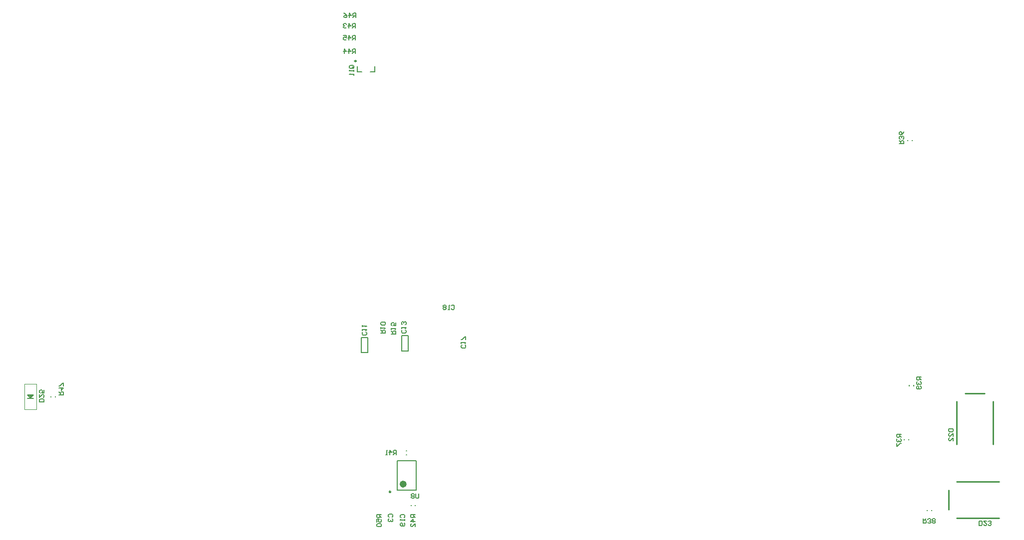
<source format=gbo>
G04*
G04 #@! TF.GenerationSoftware,Altium Limited,Altium Designer,22.10.1 (41)*
G04*
G04 Layer_Color=32896*
%FSLAX23Y23*%
%MOIN*%
G70*
G04*
G04 #@! TF.SameCoordinates,75F1CFA2-9E1D-427A-8FB2-C6D19FE5AEEE*
G04*
G04*
G04 #@! TF.FilePolarity,Positive*
G04*
G01*
G75*
%ADD11C,0.008*%
%ADD12C,0.010*%
%ADD13C,0.024*%
%ADD14C,0.010*%
%ADD15C,0.006*%
%ADD16C,0.005*%
%ADD17C,0.007*%
%ADD18C,0.004*%
D11*
X7049Y1696D02*
Y1700D01*
X7021Y1696D02*
Y1700D01*
X7174Y1225D02*
Y1229D01*
X7202Y1225D02*
Y1229D01*
X7072Y3696D02*
Y3700D01*
X7044Y3696D02*
Y3700D01*
X7082Y2059D02*
Y2063D01*
X7054Y2059D02*
Y2063D01*
X1349Y1983D02*
Y1987D01*
X1321Y1983D02*
Y1987D01*
X1179Y1989D02*
X1191D01*
X1185Y1979D02*
X1205Y1999D01*
X1165D02*
X1185Y1979D01*
X1165Y1999D02*
X1205D01*
X1173Y1995D02*
X1197D01*
X1165Y1975D02*
X1205D01*
X3633Y1361D02*
Y1558D01*
X3759Y1361D02*
Y1558D01*
X3633Y1361D02*
X3759D01*
X3633Y1558D02*
X3759D01*
X3727Y1258D02*
Y1262D01*
X3755Y1258D02*
Y1262D01*
X3694Y1597D02*
X3698D01*
X3694Y1625D02*
X3698D01*
X3453Y4157D02*
X3484D01*
Y4193D01*
X3366Y4157D02*
X3397D01*
X3366D02*
Y4193D01*
D12*
X3590Y1350D02*
G03*
X3590Y1350I-5J0D01*
G01*
X3359Y4229D02*
G03*
X3359Y4229I-5J0D01*
G01*
D13*
X3685Y1401D02*
G03*
X3685Y1401I-12J0D01*
G01*
D14*
X7614Y1669D02*
Y1953D01*
X7427Y2006D02*
X7557D01*
X7370Y1669D02*
Y1953D01*
X7369Y1173D02*
X7653D01*
X7316Y1230D02*
Y1360D01*
X7369Y1417D02*
X7653D01*
D15*
X7521Y1125D02*
Y1155D01*
X7536D01*
X7541Y1150D01*
Y1130D01*
X7536Y1125D01*
X7521D01*
X7571Y1155D02*
X7551D01*
X7571Y1135D01*
Y1130D01*
X7566Y1125D01*
X7556D01*
X7551Y1130D01*
X7581D02*
X7586Y1125D01*
X7596D01*
X7601Y1130D01*
Y1135D01*
X7596Y1140D01*
X7591D01*
X7596D01*
X7601Y1145D01*
Y1150D01*
X7596Y1155D01*
X7586D01*
X7581Y1150D01*
X3595Y2405D02*
X3625D01*
Y2420D01*
X3620Y2425D01*
X3610D01*
X3605Y2420D01*
Y2405D01*
Y2415D02*
X3595Y2425D01*
Y2435D02*
Y2445D01*
Y2440D01*
X3625D01*
X3620Y2435D01*
X3625Y2480D02*
Y2460D01*
X3610D01*
X3615Y2470D01*
Y2475D01*
X3610Y2480D01*
X3600D01*
X3595Y2475D01*
Y2465D01*
X3600Y2460D01*
X3354Y4370D02*
Y4400D01*
X3339D01*
X3334Y4395D01*
Y4385D01*
X3339Y4380D01*
X3354D01*
X3344D02*
X3334Y4370D01*
X3309D02*
Y4400D01*
X3324Y4385D01*
X3304D01*
X3274Y4400D02*
X3294D01*
Y4385D01*
X3284Y4390D01*
X3279D01*
X3274Y4385D01*
Y4375D01*
X3279Y4370D01*
X3289D01*
X3294Y4375D01*
X3628Y1599D02*
Y1629D01*
X3613D01*
X3608Y1624D01*
Y1614D01*
X3613Y1609D01*
X3628D01*
X3618D02*
X3608Y1599D01*
X3583D02*
Y1629D01*
X3598Y1614D01*
X3578D01*
X3568Y1599D02*
X3558D01*
X3563D01*
Y1629D01*
X3568Y1624D01*
X1375Y1999D02*
X1405D01*
Y2013D01*
X1400Y2018D01*
X1390D01*
X1385Y2013D01*
Y1999D01*
Y2009D02*
X1375Y2018D01*
Y2043D02*
X1405D01*
X1390Y2028D01*
Y2048D01*
X1405Y2058D02*
Y2078D01*
X1400D01*
X1380Y2058D01*
X1375D01*
X1275Y1950D02*
X1245D01*
Y1965D01*
X1250Y1970D01*
X1270D01*
X1275Y1965D01*
Y1950D01*
X1245Y2000D02*
Y1980D01*
X1265Y2000D01*
X1270D01*
X1275Y1995D01*
Y1985D01*
X1270Y1980D01*
X1275Y2030D02*
Y2010D01*
X1260D01*
X1265Y2020D01*
Y2025D01*
X1260Y2030D01*
X1250D01*
X1245Y2025D01*
Y2015D01*
X1250Y2010D01*
X3778Y1337D02*
Y1312D01*
X3773Y1307D01*
X3763D01*
X3758Y1312D01*
Y1337D01*
X3748Y1332D02*
X3743Y1337D01*
X3733D01*
X3728Y1332D01*
Y1327D01*
X3733Y1322D01*
X3728Y1317D01*
Y1312D01*
X3733Y1307D01*
X3743D01*
X3748Y1312D01*
Y1317D01*
X3743Y1322D01*
X3748Y1327D01*
Y1332D01*
X3743Y1322D02*
X3733D01*
X7000Y1735D02*
X6970D01*
Y1720D01*
X6975Y1715D01*
X6985D01*
X6990Y1720D01*
Y1735D01*
Y1725D02*
X7000Y1715D01*
X6975Y1705D02*
X6970Y1700D01*
Y1690D01*
X6975Y1685D01*
X6980D01*
X6985Y1690D01*
Y1695D01*
Y1690D01*
X6990Y1685D01*
X6995D01*
X7000Y1690D01*
Y1700D01*
X6995Y1705D01*
X6970Y1675D02*
Y1655D01*
X6975D01*
X6995Y1675D01*
X7000D01*
X7148Y1170D02*
Y1140D01*
X7163D01*
X7168Y1145D01*
Y1155D01*
X7163Y1160D01*
X7148D01*
X7158D02*
X7168Y1170D01*
X7178Y1145D02*
X7183Y1140D01*
X7193D01*
X7198Y1145D01*
Y1150D01*
X7193Y1155D01*
X7188D01*
X7193D01*
X7198Y1160D01*
Y1165D01*
X7193Y1170D01*
X7183D01*
X7178Y1165D01*
X7208Y1145D02*
X7213Y1140D01*
X7223D01*
X7228Y1145D01*
Y1150D01*
X7223Y1155D01*
X7228Y1160D01*
Y1165D01*
X7223Y1170D01*
X7213D01*
X7208Y1165D01*
Y1160D01*
X7213Y1155D01*
X7208Y1150D01*
Y1145D01*
X7213Y1155D02*
X7223D01*
X7133Y2116D02*
X7103D01*
Y2101D01*
X7108Y2096D01*
X7118D01*
X7123Y2101D01*
Y2116D01*
Y2106D02*
X7133Y2096D01*
X7108Y2086D02*
X7103Y2081D01*
Y2071D01*
X7108Y2066D01*
X7113D01*
X7118Y2071D01*
Y2076D01*
Y2071D01*
X7123Y2066D01*
X7128D01*
X7133Y2071D01*
Y2081D01*
X7128Y2086D01*
Y2056D02*
X7133Y2051D01*
Y2041D01*
X7128Y2036D01*
X7108D01*
X7103Y2041D01*
Y2051D01*
X7108Y2056D01*
X7113D01*
X7118Y2051D01*
Y2036D01*
X6988Y3676D02*
X7018D01*
Y3691D01*
X7013Y3696D01*
X7003D01*
X6998Y3691D01*
Y3676D01*
Y3686D02*
X6988Y3696D01*
X7013Y3706D02*
X7018Y3711D01*
Y3721D01*
X7013Y3726D01*
X7008D01*
X7003Y3721D01*
Y3716D01*
Y3721D01*
X6998Y3726D01*
X6993D01*
X6988Y3721D01*
Y3711D01*
X6993Y3706D01*
X7018Y3756D02*
X7013Y3746D01*
X7003Y3736D01*
X6993D01*
X6988Y3741D01*
Y3751D01*
X6993Y3756D01*
X6998D01*
X7003Y3751D01*
Y3736D01*
X3354Y4280D02*
Y4310D01*
X3339D01*
X3334Y4305D01*
Y4295D01*
X3339Y4290D01*
X3354D01*
X3344D02*
X3334Y4280D01*
X3309D02*
Y4310D01*
X3324Y4295D01*
X3304D01*
X3279Y4280D02*
Y4310D01*
X3294Y4295D01*
X3274D01*
X3358Y4520D02*
Y4550D01*
X3343D01*
X3338Y4545D01*
Y4535D01*
X3343Y4530D01*
X3358D01*
X3348D02*
X3338Y4520D01*
X3313D02*
Y4550D01*
X3328Y4535D01*
X3308D01*
X3278Y4550D02*
X3288Y4545D01*
X3298Y4535D01*
Y4525D01*
X3293Y4520D01*
X3283D01*
X3278Y4525D01*
Y4530D01*
X3283Y4535D01*
X3298D01*
X3354Y4450D02*
Y4480D01*
X3339D01*
X3334Y4475D01*
Y4465D01*
X3339Y4460D01*
X3354D01*
X3344D02*
X3334Y4450D01*
X3309D02*
Y4480D01*
X3324Y4465D01*
X3304D01*
X3294Y4475D02*
X3289Y4480D01*
X3279D01*
X3274Y4475D01*
Y4470D01*
X3279Y4465D01*
X3284D01*
X3279D01*
X3274Y4460D01*
Y4455D01*
X3279Y4450D01*
X3289D01*
X3294Y4455D01*
X3525Y2410D02*
X3555D01*
Y2425D01*
X3550Y2430D01*
X3540D01*
X3535Y2425D01*
Y2410D01*
Y2420D02*
X3525Y2430D01*
Y2440D02*
Y2450D01*
Y2445D01*
X3555D01*
X3550Y2440D01*
Y2465D02*
X3555Y2470D01*
Y2480D01*
X3550Y2485D01*
X3530D01*
X3525Y2480D01*
Y2470D01*
X3530Y2465D01*
X3550D01*
X3755Y1197D02*
X3725D01*
Y1182D01*
X3730Y1177D01*
X3740D01*
X3745Y1182D01*
Y1197D01*
Y1187D02*
X3755Y1177D01*
Y1152D02*
X3725D01*
X3740Y1167D01*
Y1147D01*
X3755Y1117D02*
Y1137D01*
X3735Y1117D01*
X3730D01*
X3725Y1122D01*
Y1132D01*
X3730Y1137D01*
X3340Y4180D02*
X3320D01*
X3315Y4185D01*
Y4195D01*
X3320Y4200D01*
X3340D01*
X3345Y4195D01*
Y4185D01*
X3335Y4190D02*
X3345Y4180D01*
Y4185D02*
X3340Y4180D01*
X3345Y4170D02*
Y4160D01*
Y4165D01*
X3315D01*
X3320Y4170D01*
X3345Y4145D02*
Y4135D01*
Y4140D01*
X3315D01*
X3320Y4145D01*
X7317Y1771D02*
X7347D01*
Y1756D01*
X7342Y1751D01*
X7322D01*
X7317Y1756D01*
Y1771D01*
X7347Y1721D02*
Y1741D01*
X7327Y1721D01*
X7322D01*
X7317Y1726D01*
Y1736D01*
X7322Y1741D01*
X7347Y1691D02*
Y1711D01*
X7327Y1691D01*
X7322D01*
X7317Y1696D01*
Y1706D01*
X7322Y1711D01*
X4086Y2331D02*
X4091Y2326D01*
Y2316D01*
X4086Y2311D01*
X4066D01*
X4061Y2316D01*
Y2326D01*
X4066Y2331D01*
X4061Y2341D02*
Y2351D01*
Y2346D01*
X4091D01*
X4086Y2341D01*
X4091Y2366D02*
Y2386D01*
X4086D01*
X4066Y2366D01*
X4061D01*
X3995Y2593D02*
X4000Y2598D01*
X4010D01*
X4015Y2593D01*
Y2573D01*
X4010Y2568D01*
X4000D01*
X3995Y2573D01*
X3985Y2568D02*
X3975D01*
X3980D01*
Y2598D01*
X3985Y2593D01*
X3960D02*
X3955Y2598D01*
X3945D01*
X3940Y2593D01*
Y2588D01*
X3945Y2583D01*
X3940Y2578D01*
Y2573D01*
X3945Y2568D01*
X3955D01*
X3960Y2573D01*
Y2578D01*
X3955Y2583D01*
X3960Y2588D01*
Y2593D01*
X3955Y2583D02*
X3945D01*
X3687Y2431D02*
X3692Y2426D01*
Y2416D01*
X3687Y2411D01*
X3667D01*
X3662Y2416D01*
Y2426D01*
X3667Y2431D01*
X3662Y2441D02*
Y2451D01*
Y2446D01*
X3692D01*
X3687Y2441D01*
Y2466D02*
X3692Y2471D01*
Y2481D01*
X3687Y2486D01*
X3682D01*
X3677Y2481D01*
Y2476D01*
Y2481D01*
X3672Y2486D01*
X3667D01*
X3662Y2481D01*
Y2471D01*
X3667Y2466D01*
X3425Y2418D02*
X3430Y2413D01*
Y2403D01*
X3425Y2398D01*
X3405D01*
X3400Y2403D01*
Y2413D01*
X3405Y2418D01*
X3400Y2428D02*
Y2438D01*
Y2433D01*
X3430D01*
X3425Y2428D01*
X3400Y2453D02*
Y2463D01*
Y2458D01*
X3430D01*
X3425Y2453D01*
X3660Y1177D02*
X3655Y1182D01*
Y1192D01*
X3660Y1197D01*
X3680D01*
X3685Y1192D01*
Y1182D01*
X3680Y1177D01*
X3685Y1167D02*
Y1157D01*
Y1162D01*
X3655D01*
X3660Y1167D01*
X3680Y1142D02*
X3685Y1137D01*
Y1127D01*
X3680Y1122D01*
X3660D01*
X3655Y1127D01*
Y1137D01*
X3660Y1142D01*
X3665D01*
X3670Y1137D01*
Y1122D01*
D16*
X3392Y2280D02*
X3438D01*
X3392Y2381D02*
X3438D01*
X3392Y2280D02*
Y2381D01*
X3438Y2280D02*
Y2381D01*
X3662Y2393D02*
X3708D01*
X3662Y2292D02*
X3708D01*
Y2393D01*
X3662Y2292D02*
Y2393D01*
D17*
X3528Y1197D02*
X3498D01*
Y1182D01*
X3503Y1177D01*
X3513D01*
X3518Y1182D01*
Y1197D01*
Y1187D02*
X3528Y1177D01*
X3498Y1147D02*
Y1167D01*
X3513D01*
X3508Y1157D01*
Y1152D01*
X3513Y1147D01*
X3523D01*
X3528Y1152D01*
Y1162D01*
X3523Y1167D01*
X3503Y1137D02*
X3498Y1132D01*
Y1122D01*
X3503Y1117D01*
X3523D01*
X3528Y1122D01*
Y1132D01*
X3523Y1137D01*
X3503D01*
X3579Y1180D02*
X3574Y1185D01*
Y1195D01*
X3579Y1200D01*
X3599D01*
X3604Y1195D01*
Y1185D01*
X3599Y1180D01*
X3579Y1170D02*
X3574Y1165D01*
Y1155D01*
X3579Y1150D01*
X3584D01*
X3589Y1155D01*
Y1160D01*
Y1155D01*
X3594Y1150D01*
X3599D01*
X3604Y1155D01*
Y1165D01*
X3599Y1170D01*
D18*
X1145Y1900D02*
Y2070D01*
X1225D01*
Y1900D02*
Y2070D01*
X1145Y1900D02*
X1225D01*
M02*

</source>
